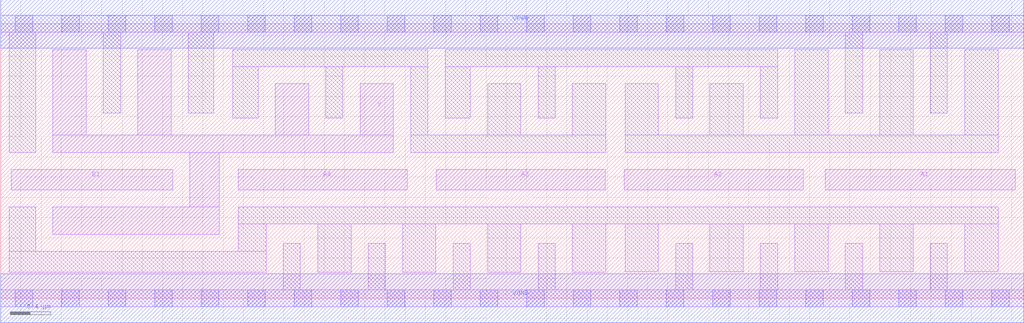
<source format=lef>
# Copyright 2020 The SkyWater PDK Authors
#
# Licensed under the Apache License, Version 2.0 (the "License");
# you may not use this file except in compliance with the License.
# You may obtain a copy of the License at
#
#     https://www.apache.org/licenses/LICENSE-2.0
#
# Unless required by applicable law or agreed to in writing, software
# distributed under the License is distributed on an "AS IS" BASIS,
# WITHOUT WARRANTIES OR CONDITIONS OF ANY KIND, either express or implied.
# See the License for the specific language governing permissions and
# limitations under the License.
#
# SPDX-License-Identifier: Apache-2.0

VERSION 5.7 ;
  NAMESCASESENSITIVE ON ;
  NOWIREEXTENSIONATPIN ON ;
  DIVIDERCHAR "/" ;
  BUSBITCHARS "[]" ;
UNITS
  DATABASE MICRONS 200 ;
END UNITS
MACRO sky130_fd_sc_hd__o41ai_4
  CLASS CORE ;
  SOURCE USER ;
  FOREIGN sky130_fd_sc_hd__o41ai_4 ;
  ORIGIN  0.000000  0.000000 ;
  SIZE  10.12000 BY  2.720000 ;
  SYMMETRY X Y R90 ;
  SITE unithd ;
  PIN A1
    ANTENNAGATEAREA  0.990000 ;
    DIRECTION INPUT ;
    USE SIGNAL ;
    PORT
      LAYER li1 ;
        RECT 8.155000 1.075000 10.035000 1.275000 ;
    END
  END A1
  PIN A2
    ANTENNAGATEAREA  0.990000 ;
    DIRECTION INPUT ;
    USE SIGNAL ;
    PORT
      LAYER li1 ;
        RECT 6.170000 1.075000 7.940000 1.275000 ;
    END
  END A2
  PIN A3
    ANTENNAGATEAREA  0.990000 ;
    DIRECTION INPUT ;
    USE SIGNAL ;
    PORT
      LAYER li1 ;
        RECT 4.310000 1.075000 5.980000 1.275000 ;
    END
  END A3
  PIN A4
    ANTENNAGATEAREA  0.990000 ;
    DIRECTION INPUT ;
    USE SIGNAL ;
    PORT
      LAYER li1 ;
        RECT 2.350000 1.075000 4.020000 1.275000 ;
    END
  END A4
  PIN B1
    ANTENNAGATEAREA  0.990000 ;
    DIRECTION INPUT ;
    USE SIGNAL ;
    PORT
      LAYER li1 ;
        RECT 0.105000 1.075000 1.700000 1.275000 ;
    END
  END B1
  PIN Y
    ANTENNADIFFAREA  1.431000 ;
    DIRECTION OUTPUT ;
    USE SIGNAL ;
    PORT
      LAYER li1 ;
        RECT 0.515000 0.635000 2.160000 0.905000 ;
        RECT 0.515000 1.445000 3.885000 1.615000 ;
        RECT 0.515000 1.615000 0.845000 2.465000 ;
        RECT 1.355000 1.615000 1.685000 2.465000 ;
        RECT 1.870000 0.905000 2.160000 1.445000 ;
        RECT 2.715000 1.615000 3.045000 2.125000 ;
        RECT 3.555000 1.615000 3.885000 2.125000 ;
    END
  END Y
  PIN VGND
    DIRECTION INOUT ;
    SHAPE ABUTMENT ;
    USE GROUND ;
    PORT
      LAYER met1 ;
        RECT 0.000000 -0.240000 10.120000 0.240000 ;
    END
  END VGND
  PIN VPWR
    DIRECTION INOUT ;
    SHAPE ABUTMENT ;
    USE POWER ;
    PORT
      LAYER met1 ;
        RECT 0.000000 2.480000 10.120000 2.960000 ;
    END
  END VPWR
  OBS
    LAYER li1 ;
      RECT 0.000000 -0.085000 10.120000 0.085000 ;
      RECT 0.000000  2.635000 10.120000 2.805000 ;
      RECT 0.085000  0.255000  2.625000 0.465000 ;
      RECT 0.085000  0.465000  0.345000 0.905000 ;
      RECT 0.085000  1.445000  0.345000 2.635000 ;
      RECT 1.015000  1.835000  1.185000 2.635000 ;
      RECT 1.855000  1.835000  2.105000 2.635000 ;
      RECT 2.295000  1.785000  2.545000 2.295000 ;
      RECT 2.295000  2.295000  4.225000 2.465000 ;
      RECT 2.350000  0.465000  2.625000 0.735000 ;
      RECT 2.350000  0.735000  9.865000 0.905000 ;
      RECT 2.795000  0.085000  2.965000 0.545000 ;
      RECT 3.135000  0.255000  3.465000 0.735000 ;
      RECT 3.215000  1.785000  3.385000 2.295000 ;
      RECT 3.635000  0.085000  3.805000 0.545000 ;
      RECT 3.975000  0.255000  4.305000 0.735000 ;
      RECT 4.055000  1.445000  5.985000 1.615000 ;
      RECT 4.055000  1.615000  4.225000 2.295000 ;
      RECT 4.395000  1.785000  4.645000 2.295000 ;
      RECT 4.395000  2.295000  7.685000 2.465000 ;
      RECT 4.475000  0.085000  4.645000 0.545000 ;
      RECT 4.815000  0.255000  5.145000 0.735000 ;
      RECT 4.815000  1.615000  5.145000 2.125000 ;
      RECT 5.315000  0.085000  5.485000 0.545000 ;
      RECT 5.315000  1.785000  5.485000 2.295000 ;
      RECT 5.655000  0.255000  5.985000 0.735000 ;
      RECT 5.655000  1.615000  5.985000 2.125000 ;
      RECT 6.175000  0.260000  6.505000 0.735000 ;
      RECT 6.175000  1.445000  9.865000 1.615000 ;
      RECT 6.175000  1.615000  6.505000 2.125000 ;
      RECT 6.675000  0.085000  6.845000 0.545000 ;
      RECT 6.675000  1.785000  6.845000 2.295000 ;
      RECT 7.015000  0.260000  7.345000 0.735000 ;
      RECT 7.015000  1.615000  7.345000 2.125000 ;
      RECT 7.515000  0.085000  7.685000 0.545000 ;
      RECT 7.515000  1.785000  7.685000 2.295000 ;
      RECT 7.855000  0.260000  8.185000 0.735000 ;
      RECT 7.855000  1.615000  8.185000 2.465000 ;
      RECT 8.355000  0.085000  8.525000 0.545000 ;
      RECT 8.355000  1.835000  8.525000 2.635000 ;
      RECT 8.695000  0.260000  9.025000 0.735000 ;
      RECT 8.695000  1.615000  9.025000 2.465000 ;
      RECT 9.195000  0.085000  9.365000 0.545000 ;
      RECT 9.195000  1.835000  9.365000 2.635000 ;
      RECT 9.535000  0.260000  9.865000 0.735000 ;
      RECT 9.535000  1.615000  9.865000 2.465000 ;
    LAYER mcon ;
      RECT 0.145000 -0.085000 0.315000 0.085000 ;
      RECT 0.145000  2.635000 0.315000 2.805000 ;
      RECT 0.605000 -0.085000 0.775000 0.085000 ;
      RECT 0.605000  2.635000 0.775000 2.805000 ;
      RECT 1.065000 -0.085000 1.235000 0.085000 ;
      RECT 1.065000  2.635000 1.235000 2.805000 ;
      RECT 1.525000 -0.085000 1.695000 0.085000 ;
      RECT 1.525000  2.635000 1.695000 2.805000 ;
      RECT 1.985000 -0.085000 2.155000 0.085000 ;
      RECT 1.985000  2.635000 2.155000 2.805000 ;
      RECT 2.445000 -0.085000 2.615000 0.085000 ;
      RECT 2.445000  2.635000 2.615000 2.805000 ;
      RECT 2.905000 -0.085000 3.075000 0.085000 ;
      RECT 2.905000  2.635000 3.075000 2.805000 ;
      RECT 3.365000 -0.085000 3.535000 0.085000 ;
      RECT 3.365000  2.635000 3.535000 2.805000 ;
      RECT 3.825000 -0.085000 3.995000 0.085000 ;
      RECT 3.825000  2.635000 3.995000 2.805000 ;
      RECT 4.285000 -0.085000 4.455000 0.085000 ;
      RECT 4.285000  2.635000 4.455000 2.805000 ;
      RECT 4.745000 -0.085000 4.915000 0.085000 ;
      RECT 4.745000  2.635000 4.915000 2.805000 ;
      RECT 5.205000 -0.085000 5.375000 0.085000 ;
      RECT 5.205000  2.635000 5.375000 2.805000 ;
      RECT 5.665000 -0.085000 5.835000 0.085000 ;
      RECT 5.665000  2.635000 5.835000 2.805000 ;
      RECT 6.125000 -0.085000 6.295000 0.085000 ;
      RECT 6.125000  2.635000 6.295000 2.805000 ;
      RECT 6.585000 -0.085000 6.755000 0.085000 ;
      RECT 6.585000  2.635000 6.755000 2.805000 ;
      RECT 7.045000 -0.085000 7.215000 0.085000 ;
      RECT 7.045000  2.635000 7.215000 2.805000 ;
      RECT 7.505000 -0.085000 7.675000 0.085000 ;
      RECT 7.505000  2.635000 7.675000 2.805000 ;
      RECT 7.965000 -0.085000 8.135000 0.085000 ;
      RECT 7.965000  2.635000 8.135000 2.805000 ;
      RECT 8.425000 -0.085000 8.595000 0.085000 ;
      RECT 8.425000  2.635000 8.595000 2.805000 ;
      RECT 8.885000 -0.085000 9.055000 0.085000 ;
      RECT 8.885000  2.635000 9.055000 2.805000 ;
      RECT 9.345000 -0.085000 9.515000 0.085000 ;
      RECT 9.345000  2.635000 9.515000 2.805000 ;
      RECT 9.805000 -0.085000 9.975000 0.085000 ;
      RECT 9.805000  2.635000 9.975000 2.805000 ;
  END
END sky130_fd_sc_hd__o41ai_4
END LIBRARY

</source>
